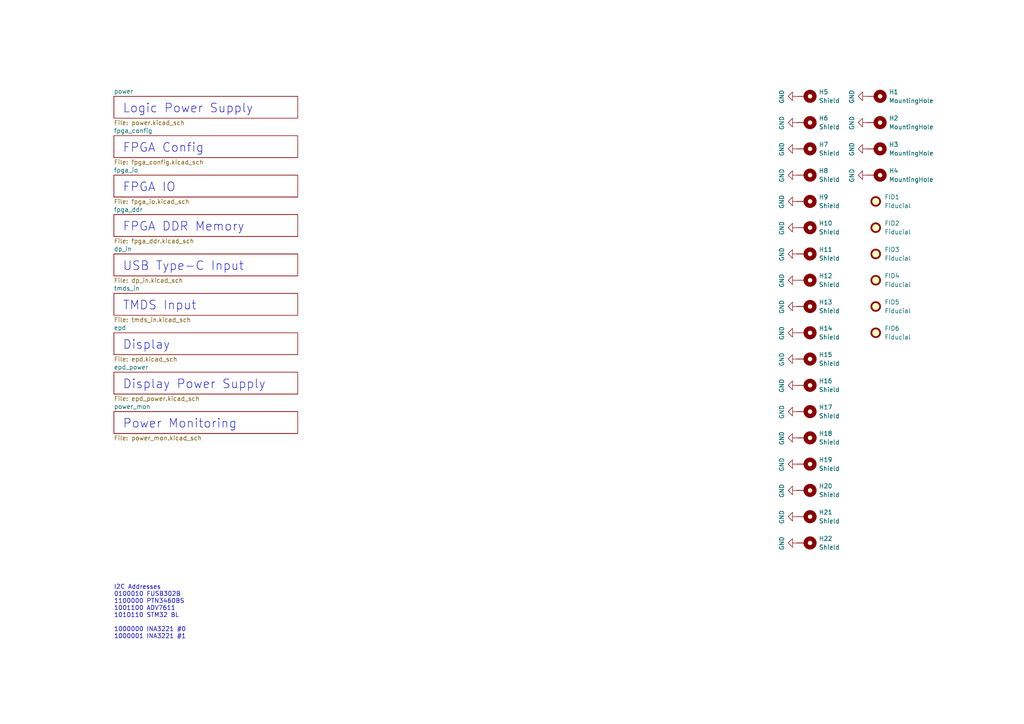
<source format=kicad_sch>
(kicad_sch (version 20231120) (generator "eeschema") (generator_version "8.0")
  (paper "A4")
  (title_block (title "Glider") (date "2024-05-09") (rev "R0.8") (company "Copyright 2024 Wenting Zhang"))
  (lib_symbols
    (symbol "Mechanical:Fiducial"
      (property "Reference" "FID" (at 0 5.08 0))
      (property "Value" "Fiducial" (at 0 3.175 0))
      (symbol "Fiducial_0_1"
        (circle (center 0 0) (radius 1.27) (stroke (width 0.508)) (fill (type background)))
      )
    )
    (symbol "Mechanical:MountingHole_Pad" (pin_numbers hide) (pin_names (offset 1.016) hide) (exclude_from_sim yes) (in_bom no)
      (property "Reference" "H" (at 0 6.35 0))
      (property "Value" "MountingHole_Pad" (at 0 4.445 0))
      (symbol "MountingHole_Pad_0_1"
        (circle (center 0 1.27) (radius 1.27) (stroke (width 1.27)))
      )
      (symbol "MountingHole_Pad_1_1"
        (pin input line (at 0 -2.54 90) (length 2.54) (name "1") (number "1"))
      )
    )
    (symbol "power:GND" (power) (pin_names (offset 0))
      (property "Value" "GND" (at 0 -3.81 0))
      (symbol "GND_0_1"
        (polyline (pts (xy 0 0) (xy 0 -1.27) (xy 1.27 -1.27) (xy 0 -2.54) (xy -1.27 -1.27) (xy 0 -1.27)))
      )
      (symbol "GND_1_1"
        (pin power_in line (at 0 0 270) (length 0) hide (name "GND") (number "1"))
      )
    )
  )
  (text "FPGA DDR Memory" (at 35.56 67.31 0) (effects (font (size 2.54 2.54)) (justify left bottom)))
  (text "Power Monitoring" (at 35.56 124.46 0) (effects (font (size 2.54 2.54)) (justify left bottom)))
  (text "Logic Power Supply" (at 35.56 33.02 0) (effects (font (size 2.54 2.54)) (justify left bottom)))
  (text "USB Type-C Input" (at 35.56 78.74 0) (effects (font (size 2.54 2.54)) (justify left bottom)))
  (text "FPGA Config" (at 35.56 44.45 0) (effects (font (size 2.54 2.54)) (justify left bottom)))
  (text "Display Power Supply" (at 35.56 113.03 0) (effects (font (size 2.54 2.54)) (justify left bottom)))
  (text "Display" (at 35.56 101.6 0) (effects (font (size 2.54 2.54)) (justify left bottom)))
  (text "I2C Addresses\n0100010 FUSB302B\n1100000 PTN3460BS\n1001100 ADV7611\n1010110 STM32 BL\n\n1000000 INA3221 #0\n1000001 INA3221 #1" (at 33.02 185.42 0) (effects (font (size 1.27 1.27)) (justify left bottom)))
  (text "FPGA IO" (at 35.56 55.88 0) (effects (font (size 2.54 2.54)) (justify left bottom)))
  (text "TMDS Input" (at 35.56 90.17 0) (effects (font (size 2.54 2.54)) (justify left bottom)))
  (symbol (lib_id "power:GND") (at 231.14 149.86 270) (unit 1)
    (property "Reference" "#PWR0324" (effects (hide yes)))
    (property "Value" "GND" (at 226.7458 149.987 0))
  )
  (symbol (lib_id "Mechanical:MountingHole_Pad") (at 233.68 35.56 270) (unit 1) (exclude_from_sim yes) (in_bom no)
    (property "Reference" "H6" (at 237.49 34.2899 90) (effects (justify left)))
    (property "Value" "Shield" (at 237.49 36.8299 90) (effects (justify left)))
    (property "Footprint" "footprints:ICSRC6508-030SFR" (effects (hide yes)))
    (property "Description" "Mounting Hole with connection" (effects (hide yes)))
  )
  (symbol (lib_id "Mechanical:MountingHole_Pad") (at 233.68 157.48 270) (unit 1) (exclude_from_sim yes) (in_bom no)
    (property "Reference" "H22" (at 237.49 156.2099 90) (effects (justify left)))
    (property "Value" "Shield" (at 237.49 158.7499 90) (effects (justify left)))
    (property "Footprint" "footprints:ICSRC6508-030SFR" (effects (hide yes)))
    (property "Description" "Mounting Hole with connection" (effects (hide yes)))
  )
  (symbol (lib_id "power:GND") (at 231.14 119.38 270) (unit 1)
    (property "Reference" "#PWR041" (effects (hide yes)))
    (property "Value" "GND" (at 226.7458 119.507 0))
  )
  (symbol (lib_id "Mechanical:MountingHole_Pad") (at 233.68 149.86 270) (unit 1) (exclude_from_sim yes) (in_bom no)
    (property "Reference" "H21" (at 237.49 148.5899 90) (effects (justify left)))
    (property "Value" "Shield" (at 237.49 151.1299 90) (effects (justify left)))
    (property "Footprint" "footprints:ICSRC6508-030SFR" (effects (hide yes)))
    (property "Description" "Mounting Hole with connection" (effects (hide yes)))
  )
  (symbol (lib_id "power:GND") (at 231.14 127 270) (unit 1)
    (property "Reference" "#PWR045" (effects (hide yes)))
    (property "Value" "GND" (at 226.7458 127.127 0))
  )
  (symbol (lib_id "Mechanical:MountingHole_Pad") (at 254 27.94 270) (unit 1) (exclude_from_sim yes) (in_bom no)
    (property "Reference" "H1" (at 257.81 26.6699 90) (effects (justify left)))
    (property "Value" "MountingHole" (at 257.81 29.2099 90) (effects (justify left)))
    (property "Footprint" "MountingHole:MountingHole_2.2mm_M2_DIN965_Pad" (effects (hide yes)))
    (property "Description" "Mounting Hole with connection" (effects (hide yes)))
  )
  (symbol (lib_id "Mechanical:MountingHole_Pad") (at 233.68 27.94 270) (unit 1) (exclude_from_sim yes) (in_bom no)
    (property "Reference" "H5" (at 237.49 26.6699 90) (effects (justify left)))
    (property "Value" "Shield" (at 237.49 29.2099 90) (effects (justify left)))
    (property "Footprint" "footprints:ICSRC6508-030SFR" (effects (hide yes)))
    (property "Description" "Mounting Hole with connection" (effects (hide yes)))
  )
  (symbol (lib_id "Mechanical:MountingHole_Pad") (at 233.68 142.24 270) (unit 1) (exclude_from_sim yes) (in_bom no)
    (property "Reference" "H20" (at 237.49 140.9699 90) (effects (justify left)))
    (property "Value" "Shield" (at 237.49 143.5099 90) (effects (justify left)))
    (property "Footprint" "footprints:ICSRC6508-030SFR" (effects (hide yes)))
    (property "Description" "Mounting Hole with connection" (effects (hide yes)))
  )
  (symbol (lib_id "Mechanical:Fiducial") (at 254 96.52 0) (unit 1)
    (property "Reference" "FID6" (at 256.54 95.2499 0) (effects (justify left)))
    (property "Value" "Fiducial" (at 256.54 97.7899 0) (effects (justify left)))
    (property "Footprint" "Fiducial:Fiducial_1mm_Mask2mm" (effects (hide yes)))
    (property "Description" "Fiducial Marker" (effects (hide yes)))
  )
  (symbol (lib_id "power:GND") (at 231.14 58.42 270) (unit 1)
    (property "Reference" "#PWR0185" (effects (hide yes)))
    (property "Value" "GND" (at 226.7458 58.547 0))
  )
  (symbol (lib_id "Mechanical:MountingHole_Pad") (at 233.68 111.76 270) (unit 1) (exclude_from_sim yes) (in_bom no)
    (property "Reference" "H16" (at 237.49 110.4899 90) (effects (justify left)))
    (property "Value" "Shield" (at 237.49 113.0299 90) (effects (justify left)))
    (property "Footprint" "footprints:ICSRC6508-030SFR" (effects (hide yes)))
    (property "Description" "Mounting Hole with connection" (effects (hide yes)))
  )
  (symbol (lib_id "Mechanical:MountingHole_Pad") (at 233.68 88.9 270) (unit 1) (exclude_from_sim yes) (in_bom no)
    (property "Reference" "H13" (at 237.49 87.6299 90) (effects (justify left)))
    (property "Value" "Shield" (at 237.49 90.1699 90) (effects (justify left)))
    (property "Footprint" "footprints:ICSRC6508-030SFR" (effects (hide yes)))
    (property "Description" "Mounting Hole with connection" (effects (hide yes)))
  )
  (symbol (lib_id "power:GND") (at 231.14 73.66 270) (unit 1)
    (property "Reference" "#PWR0187" (effects (hide yes)))
    (property "Value" "GND" (at 226.7458 73.787 0))
  )
  (symbol (lib_id "Mechanical:MountingHole_Pad") (at 233.68 104.14 270) (unit 1) (exclude_from_sim yes) (in_bom no)
    (property "Reference" "H15" (at 237.49 102.8699 90) (effects (justify left)))
    (property "Value" "Shield" (at 237.49 105.4099 90) (effects (justify left)))
    (property "Footprint" "footprints:ICSRC6508-030SFR" (effects (hide yes)))
    (property "Description" "Mounting Hole with connection" (effects (hide yes)))
  )
  (symbol (lib_id "Mechanical:MountingHole_Pad") (at 254 50.8 270) (unit 1) (exclude_from_sim yes) (in_bom no)
    (property "Reference" "H4" (at 257.81 49.5299 90) (effects (justify left)))
    (property "Value" "MountingHole" (at 257.81 52.0699 90) (effects (justify left)))
    (property "Footprint" "MountingHole:MountingHole_2.2mm_M2_DIN965_Pad" (effects (hide yes)))
    (property "Description" "Mounting Hole with connection" (effects (hide yes)))
  )
  (symbol (lib_id "Mechanical:MountingHole_Pad") (at 233.68 134.62 270) (unit 1) (exclude_from_sim yes) (in_bom no)
    (property "Reference" "H19" (at 237.49 133.3499 90) (effects (justify left)))
    (property "Value" "Shield" (at 237.49 135.8899 90) (effects (justify left)))
    (property "Footprint" "footprints:ICSRC6508-030SFR" (effects (hide yes)))
    (property "Description" "Mounting Hole with connection" (effects (hide yes)))
  )
  (symbol (lib_id "power:GND") (at 231.14 43.18 270) (unit 1)
    (property "Reference" "#PWR0178" (effects (hide yes)))
    (property "Value" "GND" (at 226.7458 43.307 0))
  )
  (symbol (lib_id "power:GND") (at 231.14 81.28 270) (unit 1)
    (property "Reference" "#PWR0188" (effects (hide yes)))
    (property "Value" "GND" (at 226.7458 81.407 0))
  )
  (symbol (lib_id "Mechanical:MountingHole_Pad") (at 233.68 96.52 270) (unit 1) (exclude_from_sim yes) (in_bom no)
    (property "Reference" "H14" (at 237.49 95.2499 90) (effects (justify left)))
    (property "Value" "Shield" (at 237.49 97.7899 90) (effects (justify left)))
    (property "Footprint" "footprints:ICSRC6508-030SFR" (effects (hide yes)))
    (property "Description" "Mounting Hole with connection" (effects (hide yes)))
  )
  (symbol (lib_id "power:GND") (at 251.46 27.94 270) (unit 1)
    (property "Reference" "#PWR0193" (effects (hide yes)))
    (property "Value" "GND" (at 247.0658 28.067 0))
  )
  (symbol (lib_id "Mechanical:MountingHole_Pad") (at 254 35.56 270) (unit 1) (exclude_from_sim yes) (in_bom no)
    (property "Reference" "H2" (at 257.81 34.2899 90) (effects (justify left)))
    (property "Value" "MountingHole" (at 257.81 36.8299 90) (effects (justify left)))
    (property "Footprint" "MountingHole:MountingHole_2.2mm_M2_DIN965_Pad" (effects (hide yes)))
    (property "Description" "Mounting Hole with connection" (effects (hide yes)))
  )
  (symbol (lib_id "power:GND") (at 231.14 104.14 270) (unit 1)
    (property "Reference" "#PWR0191" (effects (hide yes)))
    (property "Value" "GND" (at 226.7458 104.267 0))
  )
  (symbol (lib_id "Mechanical:Fiducial") (at 254 73.66 0) (unit 1)
    (property "Reference" "FID3" (at 256.54 72.3899 0) (effects (justify left)))
    (property "Value" "Fiducial" (at 256.54 74.9299 0) (effects (justify left)))
    (property "Footprint" "Fiducial:Fiducial_1mm_Mask2mm" (effects (hide yes)))
    (property "Description" "Fiducial Marker" (effects (hide yes)))
  )
  (symbol (lib_id "Mechanical:Fiducial") (at 254 81.28 0) (unit 1)
    (property "Reference" "FID4" (at 256.54 80.0099 0) (effects (justify left)))
    (property "Value" "Fiducial" (at 256.54 82.5499 0) (effects (justify left)))
    (property "Footprint" "Fiducial:Fiducial_1mm_Mask2mm" (effects (hide yes)))
    (property "Description" "Fiducial Marker" (effects (hide yes)))
  )
  (symbol (lib_id "power:GND") (at 231.14 27.94 270) (unit 1)
    (property "Reference" "#PWR089" (effects (hide yes)))
    (property "Value" "GND" (at 226.7458 28.067 0))
  )
  (symbol (lib_id "power:GND") (at 251.46 43.18 270) (unit 1)
    (property "Reference" "#PWR0198" (effects (hide yes)))
    (property "Value" "GND" (at 247.0658 43.307 0))
  )
  (symbol (lib_id "Mechanical:MountingHole_Pad") (at 233.68 66.04 270) (unit 1) (exclude_from_sim yes) (in_bom no)
    (property "Reference" "H10" (at 237.49 64.7699 90) (effects (justify left)))
    (property "Value" "Shield" (at 237.49 67.3099 90) (effects (justify left)))
    (property "Footprint" "footprints:ICSRC6508-030SFR" (effects (hide yes)))
    (property "Description" "Mounting Hole with connection" (effects (hide yes)))
  )
  (symbol (lib_id "Mechanical:Fiducial") (at 254 88.9 0) (unit 1)
    (property "Reference" "FID5" (at 256.54 87.6299 0) (effects (justify left)))
    (property "Value" "Fiducial" (at 256.54 90.1699 0) (effects (justify left)))
    (property "Footprint" "Fiducial:Fiducial_1mm_Mask2mm" (effects (hide yes)))
    (property "Description" "Fiducial Marker" (effects (hide yes)))
  )
  (symbol (lib_id "Mechanical:MountingHole_Pad") (at 254 43.18 270) (unit 1) (exclude_from_sim yes) (in_bom no)
    (property "Reference" "H3" (at 257.81 41.9099 90) (effects (justify left)))
    (property "Value" "MountingHole" (at 257.81 44.4499 90) (effects (justify left)))
    (property "Footprint" "MountingHole:MountingHole_2.2mm_M2_DIN965_Pad" (effects (hide yes)))
    (property "Description" "Mounting Hole with connection" (effects (hide yes)))
  )
  (symbol (lib_id "power:GND") (at 231.14 66.04 270) (unit 1)
    (property "Reference" "#PWR0186" (effects (hide yes)))
    (property "Value" "GND" (at 226.7458 66.167 0))
  )
  (symbol (lib_id "power:GND") (at 231.14 157.48 270) (unit 1)
    (property "Reference" "#PWR0325" (effects (hide yes)))
    (property "Value" "GND" (at 226.7458 157.607 0))
  )
  (symbol (lib_id "power:GND") (at 231.14 142.24 270) (unit 1)
    (property "Reference" "#PWR0308" (effects (hide yes)))
    (property "Value" "GND" (at 226.7458 142.367 0))
  )
  (symbol (lib_id "Mechanical:MountingHole_Pad") (at 233.68 81.28 270) (unit 1) (exclude_from_sim yes) (in_bom no)
    (property "Reference" "H12" (at 237.49 80.0099 90) (effects (justify left)))
    (property "Value" "Shield" (at 237.49 82.5499 90) (effects (justify left)))
    (property "Footprint" "footprints:ICSRC6508-030SFR" (effects (hide yes)))
    (property "Description" "Mounting Hole with connection" (effects (hide yes)))
  )
  (symbol (lib_id "Mechanical:MountingHole_Pad") (at 233.68 119.38 270) (unit 1) (exclude_from_sim yes) (in_bom no)
    (property "Reference" "H17" (at 237.49 118.1099 90) (effects (justify left)))
    (property "Value" "Shield" (at 237.49 120.6499 90) (effects (justify left)))
    (property "Footprint" "footprints:ICSRC6508-030SFR" (effects (hide yes)))
    (property "Description" "Mounting Hole with connection" (effects (hide yes)))
  )
  (symbol (lib_id "power:GND") (at 251.46 35.56 270) (unit 1)
    (property "Reference" "#PWR0197" (effects (hide yes)))
    (property "Value" "GND" (at 247.0658 35.687 0))
  )
  (symbol (lib_id "Mechanical:MountingHole_Pad") (at 233.68 50.8 270) (unit 1) (exclude_from_sim yes) (in_bom no)
    (property "Reference" "H8" (at 237.49 49.5299 90) (effects (justify left)))
    (property "Value" "Shield" (at 237.49 52.0699 90) (effects (justify left)))
    (property "Footprint" "footprints:ICSRC6508-030SFR" (effects (hide yes)))
    (property "Description" "Mounting Hole with connection" (effects (hide yes)))
  )
  (symbol (lib_id "Mechanical:MountingHole_Pad") (at 233.68 73.66 270) (unit 1) (exclude_from_sim yes) (in_bom no)
    (property "Reference" "H11" (at 237.49 72.3899 90) (effects (justify left)))
    (property "Value" "Shield" (at 237.49 74.9299 90) (effects (justify left)))
    (property "Footprint" "footprints:ICSRC6508-030SFR" (effects (hide yes)))
    (property "Description" "Mounting Hole with connection" (effects (hide yes)))
  )
  (symbol (lib_id "power:GND") (at 251.46 50.8 270) (unit 1)
    (property "Reference" "#PWR0199" (effects (hide yes)))
    (property "Value" "GND" (at 247.0658 50.927 0))
  )
  (symbol (lib_id "power:GND") (at 231.14 111.76 270) (unit 1)
    (property "Reference" "#PWR0192" (effects (hide yes)))
    (property "Value" "GND" (at 226.7458 111.887 0))
  )
  (symbol (lib_id "Mechanical:Fiducial") (at 254 58.42 0) (unit 1)
    (property "Reference" "FID1" (at 256.54 57.1499 0) (effects (justify left)))
    (property "Value" "Fiducial" (at 256.54 59.6899 0) (effects (justify left)))
    (property "Footprint" "Fiducial:Fiducial_1mm_Mask2mm" (effects (hide yes)))
    (property "Description" "Fiducial Marker" (effects (hide yes)))
  )
  (symbol (lib_id "power:GND") (at 231.14 35.56 270) (unit 1)
    (property "Reference" "#PWR0177" (effects (hide yes)))
    (property "Value" "GND" (at 226.7458 35.687 0))
  )
  (symbol (lib_id "power:GND") (at 231.14 134.62 270) (unit 1)
    (property "Reference" "#PWR0307" (effects (hide yes)))
    (property "Value" "GND" (at 226.7458 134.747 0))
  )
  (symbol (lib_id "Mechanical:MountingHole_Pad") (at 233.68 127 270) (unit 1) (exclude_from_sim yes) (in_bom no)
    (property "Reference" "H18" (at 237.49 125.7299 90) (effects (justify left)))
    (property "Value" "Shield" (at 237.49 128.2699 90) (effects (justify left)))
    (property "Footprint" "footprints:ICSRC6508-030SFR" (effects (hide yes)))
    (property "Description" "Mounting Hole with connection" (effects (hide yes)))
  )
  (symbol (lib_id "Mechanical:MountingHole_Pad") (at 233.68 43.18 270) (unit 1) (exclude_from_sim yes) (in_bom no)
    (property "Reference" "H7" (at 237.49 41.9099 90) (effects (justify left)))
    (property "Value" "Shield" (at 237.49 44.4499 90) (effects (justify left)))
    (property "Footprint" "footprints:ICSRC6508-030SFR" (effects (hide yes)))
    (property "Description" "Mounting Hole with connection" (effects (hide yes)))
  )
  (symbol (lib_id "power:GND") (at 231.14 50.8 270) (unit 1)
    (property "Reference" "#PWR0184" (effects (hide yes)))
    (property "Value" "GND" (at 226.7458 50.927 0))
  )
  (symbol (lib_id "Mechanical:Fiducial") (at 254 66.04 0) (unit 1)
    (property "Reference" "FID2" (at 256.54 64.7699 0) (effects (justify left)))
    (property "Value" "Fiducial" (at 256.54 67.3099 0) (effects (justify left)))
    (property "Footprint" "Fiducial:Fiducial_1mm_Mask2mm" (effects (hide yes)))
    (property "Description" "Fiducial Marker" (effects (hide yes)))
  )
  (symbol (lib_id "Mechanical:MountingHole_Pad") (at 233.68 58.42 270) (unit 1) (exclude_from_sim yes) (in_bom no)
    (property "Reference" "H9" (at 237.49 57.1499 90) (effects (justify left)))
    (property "Value" "Shield" (at 237.49 59.6899 90) (effects (justify left)))
    (property "Footprint" "footprints:ICSRC6508-030SFR" (effects (hide yes)))
    (property "Description" "Mounting Hole with connection" (effects (hide yes)))
  )
  (symbol (lib_id "power:GND") (at 231.14 96.52 270) (unit 1)
    (property "Reference" "#PWR0190" (effects (hide yes)))
    (property "Value" "GND" (at 226.7458 96.647 0))
  )
  (symbol (lib_id "power:GND") (at 231.14 88.9 270) (unit 1)
    (property "Reference" "#PWR0189" (effects (hide yes)))
    (property "Value" "GND" (at 226.7458 89.027 0))
  )
  (sheet (at 33.02 96.52) (size 53.34 6.35) (stroke (width 0.1524))
    (property "Sheetname" "epd" (at 33.02 95.8084 0) (effects (justify left bottom)))
    (property "Sheetfile" "epd.kicad_sch" (at 33.02 103.4546 0) (effects (justify left top)))
  )
  (sheet (at 33.02 27.94) (size 53.34 6.35) (stroke (width 0.1524))
    (property "Sheetname" "power" (at 33.02 27.2284 0) (effects (justify left bottom)))
    (property "Sheetfile" "power.kicad_sch" (at 33.02 34.8746 0) (effects (justify left top)))
  )
  (sheet (at 33.02 119.38) (size 53.34 6.35) (stroke (width 0.1524))
    (property "Sheetname" "power_mon" (at 33.02 118.6684 0) (effects (justify left bottom)))
    (property "Sheetfile" "power_mon.kicad_sch" (at 33.02 126.3146 0) (effects (justify left top)))
  )
  (sheet (at 33.02 85.09) (size 53.34 6.35) (stroke (width 0.1524))
    (property "Sheetname" "tmds_in" (at 33.02 84.3784 0) (effects (justify left bottom)))
    (property "Sheetfile" "tmds_in.kicad_sch" (at 33.02 92.0246 0) (effects (justify left top)))
  )
  (sheet (at 33.02 39.37) (size 53.34 6.35) (stroke (width 0.1524))
    (property "Sheetname" "fpga_config" (at 33.02 38.6584 0) (effects (justify left bottom)))
    (property "Sheetfile" "fpga_config.kicad_sch" (at 33.02 46.3046 0) (effects (justify left top)))
  )
  (sheet (at 33.02 73.66) (size 53.34 6.35) (stroke (width 0.1524))
    (property "Sheetname" "dp_in" (at 33.02 72.9484 0) (effects (justify left bottom)))
    (property "Sheetfile" "dp_in.kicad_sch" (at 33.02 80.5946 0) (effects (justify left top)))
  )
  (sheet (at 33.02 62.23) (size 53.34 6.35) (stroke (width 0.1524))
    (property "Sheetname" "fpga_ddr" (at 33.02 61.5184 0) (effects (justify left bottom)))
    (property "Sheetfile" "fpga_ddr.kicad_sch" (at 33.02 69.1646 0) (effects (justify left top)))
  )
  (sheet (at 33.02 50.8) (size 53.34 6.35) (stroke (width 0.1524))
    (property "Sheetname" "fpga_io" (at 33.02 50.0884 0) (effects (justify left bottom)))
    (property "Sheetfile" "fpga_io.kicad_sch" (at 33.02 57.7346 0) (effects (justify left top)))
  )
  (sheet (at 33.02 107.95) (size 53.34 6.35) (stroke (width 0.1524))
    (property "Sheetname" "epd_power" (at 33.02 107.2384 0) (effects (justify left bottom)))
    (property "Sheetfile" "epd_power.kicad_sch" (at 33.02 114.8846 0) (effects (justify left top)))
  )
)
</source>
